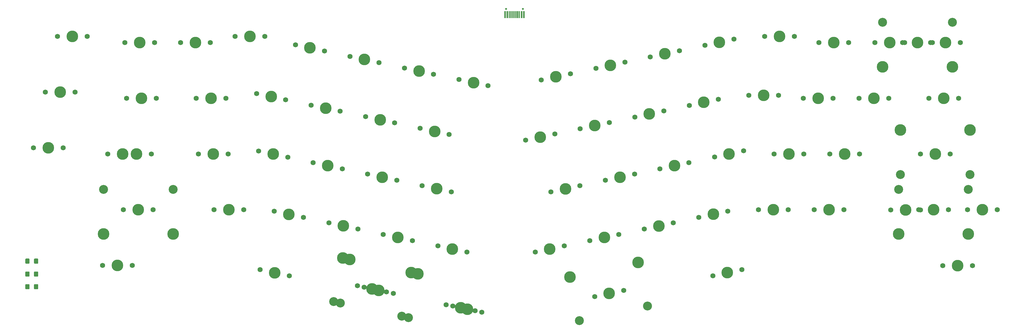
<source format=gbr>
%TF.GenerationSoftware,KiCad,Pcbnew,(5.1.6)-1*%
%TF.CreationDate,2020-07-28T20:53:14+02:00*%
%TF.ProjectId,Proyecto A,50726f79-6563-4746-9f20-412e6b696361,rev?*%
%TF.SameCoordinates,Original*%
%TF.FileFunction,Soldermask,Top*%
%TF.FilePolarity,Negative*%
%FSLAX46Y46*%
G04 Gerber Fmt 4.6, Leading zero omitted, Abs format (unit mm)*
G04 Created by KiCad (PCBNEW (5.1.6)-1) date 2020-07-28 20:53:14*
%MOMM*%
%LPD*%
G01*
G04 APERTURE LIST*
%ADD10R,0.600000X2.450000*%
%ADD11R,0.300000X2.450000*%
%ADD12C,0.650000*%
%ADD13C,3.987800*%
%ADD14C,1.750000*%
%ADD15C,3.048000*%
G04 APERTURE END LIST*
D10*
%TO.C,USB1*%
X227977400Y4453000D03*
X234427400Y4453000D03*
X228752400Y4453000D03*
X233652400Y4453000D03*
D11*
X232952400Y4453000D03*
X229452400Y4453000D03*
X232452400Y4453000D03*
X229952400Y4453000D03*
X231952400Y4453000D03*
X230452400Y4453000D03*
X230952400Y4453000D03*
X231452400Y4453000D03*
D12*
X228312400Y6398000D03*
X234092400Y6398000D03*
%TD*%
%TO.C,D3*%
G36*
G01*
X67014900Y-84937000D02*
X67014900Y-83687000D01*
G75*
G02*
X67264900Y-83437000I250000J0D01*
G01*
X68189900Y-83437000D01*
G75*
G02*
X68439900Y-83687000I0J-250000D01*
G01*
X68439900Y-84937000D01*
G75*
G02*
X68189900Y-85187000I-250000J0D01*
G01*
X67264900Y-85187000D01*
G75*
G02*
X67014900Y-84937000I0J250000D01*
G01*
G37*
G36*
G01*
X64039900Y-84937000D02*
X64039900Y-83687000D01*
G75*
G02*
X64289900Y-83437000I250000J0D01*
G01*
X65214900Y-83437000D01*
G75*
G02*
X65464900Y-83687000I0J-250000D01*
G01*
X65464900Y-84937000D01*
G75*
G02*
X65214900Y-85187000I-250000J0D01*
G01*
X64289900Y-85187000D01*
G75*
G02*
X64039900Y-84937000I0J250000D01*
G01*
G37*
%TD*%
%TO.C,D2*%
G36*
G01*
X67014900Y-89262000D02*
X67014900Y-88012000D01*
G75*
G02*
X67264900Y-87762000I250000J0D01*
G01*
X68189900Y-87762000D01*
G75*
G02*
X68439900Y-88012000I0J-250000D01*
G01*
X68439900Y-89262000D01*
G75*
G02*
X68189900Y-89512000I-250000J0D01*
G01*
X67264900Y-89512000D01*
G75*
G02*
X67014900Y-89262000I0J250000D01*
G01*
G37*
G36*
G01*
X64039900Y-89262000D02*
X64039900Y-88012000D01*
G75*
G02*
X64289900Y-87762000I250000J0D01*
G01*
X65214900Y-87762000D01*
G75*
G02*
X65464900Y-88012000I0J-250000D01*
G01*
X65464900Y-89262000D01*
G75*
G02*
X65214900Y-89512000I-250000J0D01*
G01*
X64289900Y-89512000D01*
G75*
G02*
X64039900Y-89262000I0J250000D01*
G01*
G37*
%TD*%
%TO.C,D1*%
G36*
G01*
X67014900Y-80512000D02*
X67014900Y-79262000D01*
G75*
G02*
X67264900Y-79012000I250000J0D01*
G01*
X68189900Y-79012000D01*
G75*
G02*
X68439900Y-79262000I0J-250000D01*
G01*
X68439900Y-80512000D01*
G75*
G02*
X68189900Y-80762000I-250000J0D01*
G01*
X67264900Y-80762000D01*
G75*
G02*
X67014900Y-80512000I0J250000D01*
G01*
G37*
G36*
G01*
X64039900Y-80512000D02*
X64039900Y-79262000D01*
G75*
G02*
X64289900Y-79012000I250000J0D01*
G01*
X65214900Y-79012000D01*
G75*
G02*
X65464900Y-79262000I0J-250000D01*
G01*
X65464900Y-80512000D01*
G75*
G02*
X65214900Y-80762000I-250000J0D01*
G01*
X64289900Y-80762000D01*
G75*
G02*
X64039900Y-80512000I0J250000D01*
G01*
G37*
%TD*%
D13*
%TO.C,K4*%
X179960000Y-10940000D03*
D14*
X174991010Y-9883809D03*
X184928990Y-11996191D03*
%TD*%
D13*
%TO.C,SPLIT_BKS1*%
X378551880Y-5151680D03*
D14*
X373471880Y-5151680D03*
X383631880Y-5151680D03*
%TD*%
D13*
%TO.C,FUNC1*%
X215120000Y-96320000D03*
D14*
X210151010Y-95263809D03*
X220088990Y-97376191D03*
%TD*%
D13*
%TO.C,lgui1*%
X184823540Y-89870840D03*
D14*
X179854550Y-88814649D03*
X189792530Y-90927031D03*
D15*
X171725207Y-94227752D03*
X195017347Y-99178650D03*
D13*
X174893781Y-79320783D03*
X198185921Y-84271680D03*
%TD*%
%TO.C,RSHIFT2*%
X374470100Y-62324540D03*
D14*
X369390100Y-62324540D03*
X379550100Y-62324540D03*
D15*
X362563850Y-55339540D03*
X386376350Y-55339540D03*
D13*
X362563850Y-70579540D03*
X386376350Y-70579540D03*
%TD*%
%TO.C,CAPS2*%
X97300000Y-43270000D03*
D14*
X92220000Y-43270000D03*
X102380000Y-43270000D03*
%TD*%
D13*
%TO.C,BACKSPACE1*%
X368990000Y-5170000D03*
D14*
X363910000Y-5170000D03*
X374070000Y-5170000D03*
D15*
X357083750Y1815000D03*
X380896250Y1815000D03*
D13*
X357083750Y-13425000D03*
X380896250Y-13425000D03*
%TD*%
%TO.C,FUNCT1*%
X391130000Y-62300000D03*
D14*
X386050000Y-62300000D03*
X396210000Y-62300000D03*
%TD*%
D13*
%TO.C,RCTL1*%
X382710000Y-81430000D03*
D14*
X377630000Y-81430000D03*
X387790000Y-81430000D03*
%TD*%
D13*
%TO.C,RALT1*%
X303997400Y-83847000D03*
D14*
X299028410Y-84903191D03*
X308966390Y-82790809D03*
%TD*%
D13*
%TO.C,space2*%
X263591480Y-90922400D03*
D14*
X258622490Y-91978591D03*
X268560470Y-89866209D03*
D15*
X253397673Y-100230210D03*
X276689813Y-95279312D03*
D13*
X250229099Y-85323240D03*
X273521239Y-80372343D03*
%TD*%
%TO.C,FUNC2*%
X212830000Y-95830000D03*
D14*
X207861010Y-94773809D03*
X217798990Y-96886191D03*
%TD*%
D13*
%TO.C,SPCE2*%
X182530000Y-89390000D03*
D14*
X177561010Y-88333809D03*
X187498990Y-90446191D03*
D15*
X169431667Y-93746912D03*
X192723807Y-98697810D03*
D13*
X172600241Y-78839943D03*
X195892381Y-83790840D03*
%TD*%
%TO.C,ALT1*%
X149287400Y-83857000D03*
D14*
X144318410Y-82800809D03*
X154256390Y-84913191D03*
%TD*%
D13*
%TO.C,CTRL1*%
X95520000Y-81360000D03*
D14*
X90440000Y-81360000D03*
X100600000Y-81360000D03*
%TD*%
D13*
%TO.C,RSHIFT1*%
X364940000Y-62350000D03*
D14*
X359860000Y-62350000D03*
X370020000Y-62350000D03*
%TD*%
D13*
%TO.C,/1*%
X338730000Y-62310000D03*
D14*
X333650000Y-62310000D03*
X343810000Y-62310000D03*
%TD*%
D13*
%TO.C,.>1*%
X319700000Y-62300000D03*
D14*
X314620000Y-62300000D03*
X324780000Y-62300000D03*
%TD*%
D13*
%TO.C,\u002C<1*%
X299180000Y-63860000D03*
D14*
X294211010Y-64916191D03*
X304148990Y-62803809D03*
%TD*%
D13*
%TO.C,M1*%
X280560000Y-67850000D03*
D14*
X275591010Y-68906191D03*
X285528990Y-66793809D03*
%TD*%
D13*
%TO.C,N1*%
X261940000Y-71800000D03*
D14*
X256971010Y-72856191D03*
X266908990Y-70743809D03*
%TD*%
D13*
%TO.C,B2*%
X243280000Y-75750000D03*
D14*
X238311010Y-76806191D03*
X248248990Y-74693809D03*
%TD*%
D13*
%TO.C,B1*%
X210010000Y-75750000D03*
D14*
X205041010Y-74693809D03*
X214978990Y-76806191D03*
%TD*%
D13*
%TO.C,V1*%
X191370000Y-71800000D03*
D14*
X186401010Y-70743809D03*
X196338990Y-72856191D03*
%TD*%
D13*
%TO.C,C8*%
X172750000Y-67830000D03*
D14*
X167781010Y-66773809D03*
X177718990Y-68886191D03*
%TD*%
D13*
%TO.C,X1*%
X154100000Y-63880000D03*
D14*
X149131010Y-62823809D03*
X159068990Y-64936191D03*
%TD*%
D13*
%TO.C,Z1*%
X133600000Y-62300000D03*
D14*
X128520000Y-62300000D03*
X138680000Y-62300000D03*
%TD*%
D13*
%TO.C,SHIFT1*%
X102650000Y-62310000D03*
D14*
X97570000Y-62310000D03*
X107730000Y-62310000D03*
D15*
X90743750Y-55325000D03*
X114556250Y-55325000D03*
D13*
X90743750Y-70565000D03*
X114556250Y-70565000D03*
%TD*%
%TO.C,RETURN1*%
X375050000Y-43280000D03*
D14*
X369970000Y-43280000D03*
X380130000Y-43280000D03*
D15*
X363143750Y-50265000D03*
X386956250Y-50265000D03*
D13*
X363143750Y-35025000D03*
X386956250Y-35025000D03*
%TD*%
%TO.C,'1*%
X344100000Y-43280000D03*
D14*
X339020000Y-43280000D03*
X349180000Y-43280000D03*
%TD*%
D13*
%TO.C,;1*%
X325060000Y-43280000D03*
D14*
X319980000Y-43280000D03*
X330140000Y-43280000D03*
%TD*%
D13*
%TO.C,L1*%
X304570000Y-43250000D03*
D14*
X299601010Y-44306191D03*
X309538990Y-42193809D03*
%TD*%
D13*
%TO.C,K11*%
X285910000Y-47240000D03*
D14*
X280941010Y-48296191D03*
X290878990Y-46183809D03*
%TD*%
D13*
%TO.C,J1*%
X267290000Y-51180000D03*
D14*
X262321010Y-52236191D03*
X272258990Y-50123809D03*
%TD*%
D13*
%TO.C,H1*%
X248640000Y-55150000D03*
D14*
X243671010Y-56206191D03*
X253608990Y-54093809D03*
%TD*%
D13*
%TO.C,G1*%
X204650000Y-55130000D03*
D14*
X199681010Y-54073809D03*
X209618990Y-56186191D03*
%TD*%
D13*
%TO.C,F2*%
X186020000Y-51190000D03*
D14*
X181051010Y-50133809D03*
X190988990Y-52246191D03*
%TD*%
D13*
%TO.C,D18*%
X167380000Y-47240000D03*
D14*
X162411010Y-46183809D03*
X172348990Y-48296191D03*
%TD*%
D13*
%TO.C,S1*%
X148760000Y-43280000D03*
D14*
X143791010Y-42223809D03*
X153728990Y-44336191D03*
%TD*%
D13*
%TO.C,A1*%
X128260000Y-43250000D03*
D14*
X123180000Y-43250000D03*
X133340000Y-43250000D03*
%TD*%
D13*
%TO.C,CAPS1*%
X102040000Y-43290000D03*
D14*
X96960000Y-43290000D03*
X107120000Y-43290000D03*
%TD*%
D13*
%TO.C,PGDN1*%
X71890000Y-41130000D03*
D14*
X66810000Y-41130000D03*
X76970000Y-41130000D03*
%TD*%
D13*
%TO.C,K\u005C1*%
X377950000Y-24230000D03*
D14*
X372870000Y-24230000D03*
X383030000Y-24230000D03*
%TD*%
D13*
%TO.C,]1*%
X354120000Y-24200000D03*
D14*
X349040000Y-24200000D03*
X359200000Y-24200000D03*
%TD*%
D13*
%TO.C,[1*%
X335050000Y-24230000D03*
D14*
X329970000Y-24230000D03*
X340130000Y-24230000D03*
%TD*%
D13*
%TO.C,P1*%
X316420000Y-23170000D03*
D14*
X311340000Y-23170000D03*
X321500000Y-23170000D03*
%TD*%
D13*
%TO.C,O1*%
X295940000Y-25590000D03*
D14*
X290971010Y-26646191D03*
X300908990Y-24533809D03*
%TD*%
D13*
%TO.C,I1*%
X277310000Y-29570000D03*
D14*
X272341010Y-30626191D03*
X282278990Y-28513809D03*
%TD*%
D13*
%TO.C,U2*%
X258670000Y-33530000D03*
D14*
X253701010Y-34586191D03*
X263638990Y-32473809D03*
%TD*%
D13*
%TO.C,Y2*%
X240030000Y-37490000D03*
D14*
X235061010Y-38546191D03*
X244998990Y-36433809D03*
%TD*%
D13*
%TO.C,T1*%
X203940000Y-35510000D03*
D14*
X198971010Y-34453809D03*
X208908990Y-36566191D03*
%TD*%
D13*
%TO.C,R10*%
X185320000Y-31560000D03*
D14*
X180351010Y-30503809D03*
X190288990Y-32616191D03*
%TD*%
D13*
%TO.C,E1*%
X166690000Y-27590000D03*
D14*
X161721010Y-26533809D03*
X171658990Y-28646191D03*
%TD*%
D13*
%TO.C,W1*%
X148050000Y-23620000D03*
D14*
X143081010Y-22563809D03*
X153018990Y-24676191D03*
%TD*%
D13*
%TO.C,Q1*%
X127550000Y-24210000D03*
D14*
X122470000Y-24210000D03*
X132630000Y-24210000D03*
%TD*%
D13*
%TO.C,TAB1*%
X103760000Y-24220000D03*
D14*
X98680000Y-24220000D03*
X108840000Y-24220000D03*
%TD*%
D13*
%TO.C,PGUP1*%
X75950000Y-22070000D03*
D14*
X70870000Y-22070000D03*
X81030000Y-22070000D03*
%TD*%
D13*
%TO.C,K_14*%
X359480000Y-5190000D03*
D14*
X354400000Y-5190000D03*
X364560000Y-5190000D03*
%TD*%
D13*
%TO.C,=+1*%
X340410000Y-5180000D03*
D14*
X335330000Y-5180000D03*
X345490000Y-5180000D03*
%TD*%
D13*
%TO.C,_-1*%
X321790000Y-3040000D03*
D14*
X316710000Y-3040000D03*
X326870000Y-3040000D03*
%TD*%
D13*
%TO.C,K10*%
X301280000Y-5030000D03*
D14*
X296311010Y-6086191D03*
X306248990Y-3973809D03*
%TD*%
D13*
%TO.C,K9*%
X282640000Y-8980000D03*
D14*
X277671010Y-10036191D03*
X287608990Y-7923809D03*
%TD*%
D13*
%TO.C,K8*%
X264030000Y-12910000D03*
D14*
X259061010Y-13966191D03*
X268998990Y-11853809D03*
%TD*%
D13*
%TO.C,K7*%
X245380000Y-16870000D03*
D14*
X240411010Y-17926191D03*
X250348990Y-15813809D03*
%TD*%
D13*
%TO.C,K6*%
X217230000Y-18850000D03*
D14*
X212261010Y-17793809D03*
X222198990Y-19906191D03*
%TD*%
D13*
%TO.C,k5*%
X198610000Y-14900000D03*
D14*
X193641010Y-13843809D03*
X203578990Y-15956191D03*
%TD*%
D13*
%TO.C,K3*%
X161340000Y-6970000D03*
D14*
X156371010Y-5913809D03*
X166308990Y-8026191D03*
%TD*%
D13*
%TO.C,K2*%
X140830000Y-3000000D03*
D14*
X135750000Y-3000000D03*
X145910000Y-3000000D03*
%TD*%
D13*
%TO.C,K1*%
X122200000Y-5170000D03*
D14*
X117120000Y-5170000D03*
X127280000Y-5170000D03*
%TD*%
D13*
%TO.C,KK0*%
X103140000Y-5150000D03*
D14*
X98060000Y-5150000D03*
X108220000Y-5150000D03*
%TD*%
D13*
%TO.C,Esc1*%
X80110000Y-3020000D03*
D14*
X75030000Y-3020000D03*
X85190000Y-3020000D03*
%TD*%
M02*

</source>
